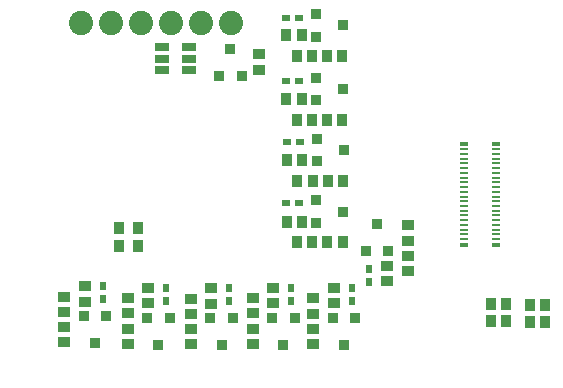
<source format=gbs>
G04*
G04 #@! TF.GenerationSoftware,Altium Limited,Altium Designer,24.6.1 (21)*
G04*
G04 Layer_Color=16711935*
%FSLAX44Y44*%
%MOMM*%
G71*
G04*
G04 #@! TF.SameCoordinates,87211DF0-6A2C-41B4-8933-B6BDE5F1B33B*
G04*
G04*
G04 #@! TF.FilePolarity,Negative*
G04*
G01*
G75*
%ADD37R,0.9500X1.1000*%
%ADD40R,0.5500X0.7500*%
%ADD41R,0.8500X1.0000*%
%ADD43R,1.0000X0.8500*%
%ADD50O,0.0500X2.2500*%
%ADD51C,2.0500*%
%ADD52C,0.0500*%
%ADD63R,0.8120X0.8120*%
%ADD64R,0.7500X0.5500*%
%ADD65R,1.2500X0.6500*%
%ADD66R,0.7100X0.3700*%
%ADD67R,0.7100X0.2500*%
%ADD68R,0.8120X0.8120*%
D37*
X135250Y130750D02*
D03*
X119250D02*
D03*
X135250Y146250D02*
D03*
X119250D02*
D03*
D40*
X330915Y112000D02*
D03*
Y101000D02*
D03*
X212418Y84580D02*
D03*
Y95580D02*
D03*
X158909Y85000D02*
D03*
Y96000D02*
D03*
X105250Y86250D02*
D03*
Y97250D02*
D03*
X316250Y84750D02*
D03*
Y95750D02*
D03*
X264700Y85000D02*
D03*
Y96000D02*
D03*
D41*
X446750Y82250D02*
D03*
X433750D02*
D03*
X446750Y68000D02*
D03*
X433750D02*
D03*
X466750Y81500D02*
D03*
X479750D02*
D03*
X466750Y67000D02*
D03*
X479750D02*
D03*
X274390Y203975D02*
D03*
X261390D02*
D03*
X308890Y186475D02*
D03*
X295890D02*
D03*
X274000Y151750D02*
D03*
X261000D02*
D03*
X308500Y134250D02*
D03*
X295500D02*
D03*
X282750D02*
D03*
X269750D02*
D03*
X283140Y186475D02*
D03*
X270140D02*
D03*
X308250Y238000D02*
D03*
X295250D02*
D03*
X282500D02*
D03*
X269500D02*
D03*
X273750Y255500D02*
D03*
X260750D02*
D03*
X273750Y309500D02*
D03*
X260750D02*
D03*
X282500Y292000D02*
D03*
X269500D02*
D03*
X308250D02*
D03*
X295250D02*
D03*
D43*
X72750Y62500D02*
D03*
Y49500D02*
D03*
X90250Y97000D02*
D03*
Y84000D02*
D03*
X72750Y88250D02*
D03*
Y75250D02*
D03*
X237750Y280500D02*
D03*
Y293500D02*
D03*
X363415Y135750D02*
D03*
Y148750D02*
D03*
X345915Y101250D02*
D03*
Y114250D02*
D03*
X363415Y110000D02*
D03*
Y123000D02*
D03*
X283750Y61000D02*
D03*
Y48000D02*
D03*
X301250Y95500D02*
D03*
Y82500D02*
D03*
X283750Y86750D02*
D03*
Y73750D02*
D03*
X232200Y61250D02*
D03*
Y48250D02*
D03*
X249700Y95750D02*
D03*
Y82750D02*
D03*
X232200Y87000D02*
D03*
Y74000D02*
D03*
X126409D02*
D03*
Y87000D02*
D03*
X143909Y82750D02*
D03*
Y95750D02*
D03*
X126409Y48250D02*
D03*
Y61250D02*
D03*
X179918Y73580D02*
D03*
Y86580D02*
D03*
X197418Y82330D02*
D03*
Y95330D02*
D03*
X179918Y47830D02*
D03*
Y60830D02*
D03*
D50*
X30000Y320000D02*
D03*
X470000D02*
D03*
Y30000D02*
D03*
D51*
X86750Y319750D02*
D03*
X112150D02*
D03*
X213750D02*
D03*
X188350D02*
D03*
X162950D02*
D03*
X137550D02*
D03*
D52*
X30000Y30000D02*
D03*
D63*
X286000Y327550D02*
D03*
Y308500D02*
D03*
X308860Y318025D02*
D03*
Y264025D02*
D03*
X286000Y254500D02*
D03*
Y273550D02*
D03*
X309110Y160275D02*
D03*
X286250Y150750D02*
D03*
Y169800D02*
D03*
X309500Y212500D02*
D03*
X286640Y202975D02*
D03*
Y222025D02*
D03*
D64*
X271500Y324500D02*
D03*
X260500D02*
D03*
X271500Y270500D02*
D03*
X260500D02*
D03*
X272140Y218975D02*
D03*
X261140D02*
D03*
X271750Y167750D02*
D03*
X260750D02*
D03*
D65*
X155250Y280250D02*
D03*
Y289750D02*
D03*
Y299250D02*
D03*
X178250D02*
D03*
Y289750D02*
D03*
Y280250D02*
D03*
D66*
X438550Y132250D02*
D03*
X411450D02*
D03*
X438550Y217750D02*
D03*
X411450D02*
D03*
D67*
Y137000D02*
D03*
X438550D02*
D03*
X411450Y141000D02*
D03*
X438550D02*
D03*
X411450Y145000D02*
D03*
X438550D02*
D03*
X411450Y149000D02*
D03*
X438550D02*
D03*
X411450Y153000D02*
D03*
X438550D02*
D03*
X411450Y157000D02*
D03*
X438550D02*
D03*
X411450Y161000D02*
D03*
X438550D02*
D03*
X411450Y165000D02*
D03*
X438550D02*
D03*
X411450Y169000D02*
D03*
X438550D02*
D03*
X411450Y173000D02*
D03*
X438550D02*
D03*
X411450Y177000D02*
D03*
X438550D02*
D03*
X411450Y181000D02*
D03*
X438550D02*
D03*
X411450Y185000D02*
D03*
X438550D02*
D03*
X411450Y189000D02*
D03*
X438550D02*
D03*
X411450Y193000D02*
D03*
X438550D02*
D03*
X411450Y197000D02*
D03*
X438550D02*
D03*
X411450Y201000D02*
D03*
X438550D02*
D03*
X411450Y205000D02*
D03*
X438550D02*
D03*
X411450Y209000D02*
D03*
X438550D02*
D03*
X411450Y213000D02*
D03*
X438550D02*
D03*
D68*
X108300Y71750D02*
D03*
X89250D02*
D03*
X98775Y48890D02*
D03*
X203950Y274750D02*
D03*
X223000D02*
D03*
X213475Y297610D02*
D03*
X327865Y126500D02*
D03*
X346915D02*
D03*
X337390Y149360D02*
D03*
X319300Y70250D02*
D03*
X300250D02*
D03*
X309775Y47390D02*
D03*
X267750Y70500D02*
D03*
X248700D02*
D03*
X258225Y47640D02*
D03*
X152434D02*
D03*
X142909Y70500D02*
D03*
X161959D02*
D03*
X205943Y47220D02*
D03*
X196418Y70080D02*
D03*
X215468D02*
D03*
M02*

</source>
